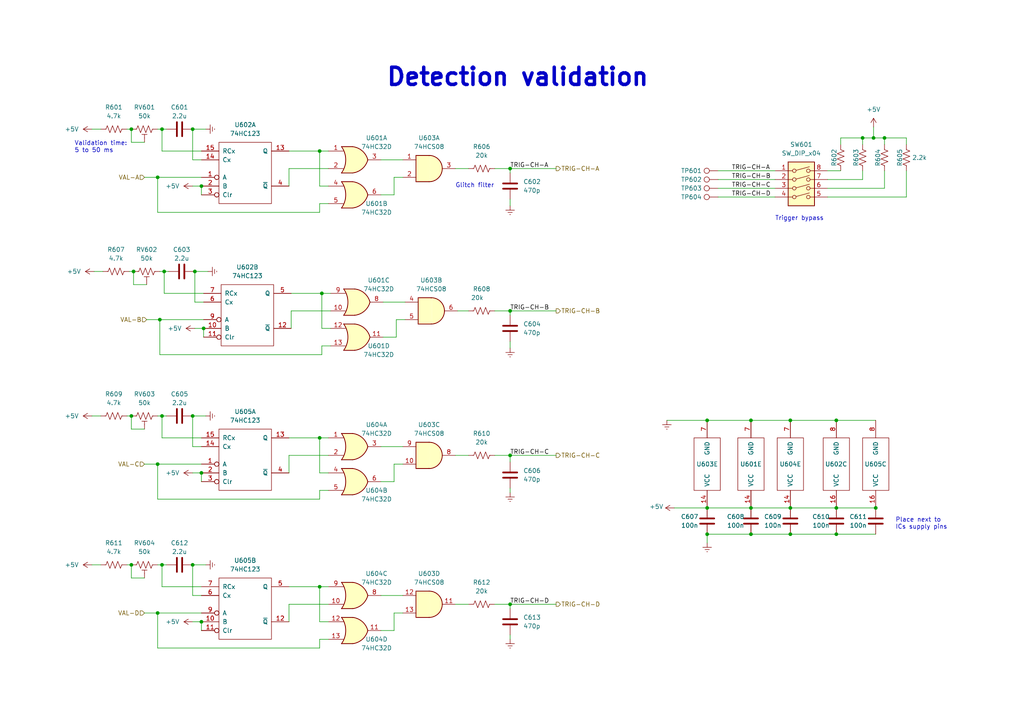
<source format=kicad_sch>
(kicad_sch (version 20211123) (generator eeschema)
  (paper "A4")
  (title_block (title "Detection Validation Circuits") (rev "v1.0.0") (company "CNPEM - Brazilian Center for Research in Energy and Materials") (comment 1 "Group: ENT/AIS") (comment 2 "Authors: Gabriel Brunheira / Samuel Fraga"))
  (junction (at 38.1 37.465))
  (junction (at 229.235 147.32))
  (junction (at 59.055 95.25))
  (junction (at 217.805 121.92))
  (junction (at 55.88 120.65))
  (junction (at 250.19 40.005))
  (junction (at 38.1 120.65))
  (junction (at 253.365 40.005))
  (junction (at 58.42 180.34))
  (junction (at 46.99 120.65))
  (junction (at 92.71 170.18))
  (junction (at 55.88 163.83))
  (junction (at 92.71 127))
  (junction (at 58.42 137.16))
  (junction (at 254 147.32))
  (junction (at 45.72 134.62))
  (junction (at 205.105 147.32))
  (junction (at 205.105 121.92))
  (junction (at 55.88 37.465))
  (junction (at 217.805 154.94))
  (junction (at 229.235 154.94))
  (junction (at 242.57 154.94))
  (junction (at 93.345 85.09))
  (junction (at 45.72 51.435))
  (junction (at 147.955 90.17))
  (junction (at 217.805 147.32))
  (junction (at 147.955 48.895))
  (junction (at 205.105 154.94))
  (junction (at 92.71 43.815))
  (junction (at 38.735 78.74))
  (junction (at 147.955 132.08))
  (junction (at 56.515 78.74))
  (junction (at 58.42 53.975))
  (junction (at 256.54 40.005))
  (junction (at 242.57 147.32))
  (junction (at 46.99 163.83))
  (junction (at 46.99 37.465))
  (junction (at 47.625 78.74))
  (junction (at 38.1 163.83))
  (junction (at 147.955 175.26))
  (junction (at 229.235 121.92))
  (junction (at 45.72 177.8))
  (junction (at 242.57 121.92))
  (junction (at 46.355 92.71))
  (wire (pts (xy 58.42 137.16) (xy 58.42 139.7)))
  (wire (pts (xy 242.57 154.94) (xy 229.235 154.94)))
  (wire (pts (xy 46.99 127) (xy 46.99 120.65)))
  (wire (pts (xy 59.69 37.465) (xy 55.88 37.465)))
  (wire (pts (xy 41.91 41.275) (xy 38.1 41.275)))
  (wire (pts (xy 60.325 78.74) (xy 56.515 78.74)))
  (wire (pts (xy 59.69 163.83) (xy 55.88 163.83)))
  (wire (pts (xy 38.1 41.275) (xy 38.1 37.465)))
  (wire (pts (xy 26.67 163.83) (xy 29.21 163.83)))
  (wire (pts (xy 83.82 53.975) (xy 83.82 48.895)))
  (wire (pts (xy 116.84 177.8) (xy 114.3 177.8)))
  (wire (pts (xy 253.365 40.005) (xy 256.54 40.005)))
  (wire (pts (xy 41.91 134.62) (xy 45.72 134.62)))
  (wire (pts (xy 147.955 57.785) (xy 147.955 59.69)))
  (wire (pts (xy 132.08 48.895) (xy 135.89 48.895)))
  (wire (pts (xy 147.955 184.15) (xy 147.955 185.42)))
  (wire (pts (xy 117.475 92.71) (xy 114.935 92.71)))
  (wire (pts (xy 132.08 175.26) (xy 135.89 175.26)))
  (wire (pts (xy 93.345 85.09) (xy 95.885 85.09)))
  (wire (pts (xy 46.355 102.87) (xy 46.355 92.71)))
  (wire (pts (xy 27.305 78.74) (xy 29.845 78.74)))
  (wire (pts (xy 114.3 139.7) (xy 110.49 139.7)))
  (wire (pts (xy 84.455 90.17) (xy 95.885 90.17)))
  (wire (pts (xy 250.19 40.005) (xy 250.19 41.91)))
  (wire (pts (xy 229.235 121.92) (xy 217.805 121.92)))
  (wire (pts (xy 92.71 142.24) (xy 92.71 144.78)))
  (wire (pts (xy 45.72 51.435) (xy 58.42 51.435)))
  (wire (pts (xy 36.83 37.465) (xy 38.1 37.465)))
  (wire (pts (xy 83.82 132.08) (xy 95.25 132.08)))
  (wire (pts (xy 55.88 129.54) (xy 55.88 120.65)))
  (wire (pts (xy 208.28 49.53) (xy 224.79 49.53)))
  (wire (pts (xy 250.19 49.53) (xy 250.19 52.07)))
  (wire (pts (xy 256.54 40.005) (xy 256.54 41.91)))
  (wire (pts (xy 110.49 172.72) (xy 116.84 172.72)))
  (wire (pts (xy 59.69 120.65) (xy 55.88 120.65)))
  (wire (pts (xy 205.105 154.94) (xy 205.105 157.48)))
  (wire (pts (xy 208.28 52.07) (xy 224.79 52.07)))
  (wire (pts (xy 56.515 87.63) (xy 56.515 78.74)))
  (wire (pts (xy 83.82 48.895) (xy 95.25 48.895)))
  (wire (pts (xy 92.71 127) (xy 92.71 137.16)))
  (wire (pts (xy 46.99 120.65) (xy 45.72 120.65)))
  (wire (pts (xy 58.42 180.34) (xy 58.42 182.88)))
  (wire (pts (xy 59.055 85.09) (xy 47.625 85.09)))
  (wire (pts (xy 58.42 46.355) (xy 55.88 46.355)))
  (wire (pts (xy 92.71 127) (xy 95.25 127)))
  (wire (pts (xy 38.1 124.46) (xy 38.1 120.65)))
  (wire (pts (xy 95.25 137.16) (xy 92.71 137.16)))
  (wire (pts (xy 58.42 43.815) (xy 46.99 43.815)))
  (wire (pts (xy 92.71 185.42) (xy 92.71 187.96)))
  (wire (pts (xy 41.91 51.435) (xy 45.72 51.435)))
  (wire (pts (xy 45.72 61.595) (xy 45.72 51.435)))
  (wire (pts (xy 240.03 49.53) (xy 243.84 49.53)))
  (wire (pts (xy 229.235 147.32) (xy 217.805 147.32)))
  (wire (pts (xy 114.935 97.79) (xy 111.125 97.79)))
  (wire (pts (xy 92.71 170.18) (xy 95.25 170.18)))
  (wire (pts (xy 46.99 43.815) (xy 46.99 37.465)))
  (wire (pts (xy 262.89 40.005) (xy 262.89 41.91)))
  (wire (pts (xy 41.91 177.8) (xy 45.72 177.8)))
  (wire (pts (xy 240.03 57.15) (xy 262.89 57.15)))
  (wire (pts (xy 41.91 167.64) (xy 38.1 167.64)))
  (wire (pts (xy 45.72 187.96) (xy 45.72 177.8)))
  (wire (pts (xy 26.67 120.65) (xy 29.21 120.65)))
  (wire (pts (xy 93.345 102.87) (xy 46.355 102.87)))
  (wire (pts (xy 58.42 127) (xy 46.99 127)))
  (wire (pts (xy 208.28 57.15) (xy 224.79 57.15)))
  (wire (pts (xy 84.455 85.09) (xy 93.345 85.09)))
  (wire (pts (xy 262.89 57.15) (xy 262.89 49.53)))
  (wire (pts (xy 83.82 170.18) (xy 92.71 170.18)))
  (wire (pts (xy 114.935 92.71) (xy 114.935 97.79)))
  (wire (pts (xy 116.84 134.62) (xy 114.3 134.62)))
  (wire (pts (xy 256.54 49.53) (xy 256.54 54.61)))
  (wire (pts (xy 46.355 92.71) (xy 59.055 92.71)))
  (wire (pts (xy 41.91 124.46) (xy 38.1 124.46)))
  (wire (pts (xy 93.345 100.33) (xy 93.345 102.87)))
  (wire (pts (xy 143.51 48.895) (xy 147.955 48.895)))
  (wire (pts (xy 83.82 180.34) (xy 83.82 175.26)))
  (wire (pts (xy 95.25 180.34) (xy 92.71 180.34)))
  (wire (pts (xy 45.72 144.78) (xy 45.72 134.62)))
  (wire (pts (xy 242.57 147.32) (xy 229.235 147.32)))
  (wire (pts (xy 45.72 177.8) (xy 58.42 177.8)))
  (wire (pts (xy 114.3 56.515) (xy 110.49 56.515)))
  (wire (pts (xy 195.58 147.32) (xy 205.105 147.32)))
  (wire (pts (xy 116.84 51.435) (xy 114.3 51.435)))
  (wire (pts (xy 59.055 95.25) (xy 59.055 97.79)))
  (wire (pts (xy 83.82 127) (xy 92.71 127)))
  (wire (pts (xy 147.955 175.26) (xy 147.955 176.53)))
  (wire (pts (xy 143.51 132.08) (xy 147.955 132.08)))
  (wire (pts (xy 58.42 170.18) (xy 46.99 170.18)))
  (wire (pts (xy 256.54 40.005) (xy 262.89 40.005)))
  (wire (pts (xy 38.1 167.64) (xy 38.1 163.83)))
  (wire (pts (xy 92.71 170.18) (xy 92.71 180.34)))
  (wire (pts (xy 36.83 120.65) (xy 38.1 120.65)))
  (wire (pts (xy 147.955 99.06) (xy 147.955 100.965)))
  (wire (pts (xy 143.51 90.17) (xy 147.955 90.17)))
  (wire (pts (xy 84.455 95.25) (xy 84.455 90.17)))
  (wire (pts (xy 240.03 54.61) (xy 256.54 54.61)))
  (wire (pts (xy 92.71 43.815) (xy 92.71 53.975)))
  (wire (pts (xy 95.25 142.24) (xy 92.71 142.24)))
  (wire (pts (xy 132.08 132.08) (xy 135.89 132.08)))
  (wire (pts (xy 37.465 78.74) (xy 38.735 78.74)))
  (wire (pts (xy 83.82 43.815) (xy 92.71 43.815)))
  (wire (pts (xy 47.625 78.74) (xy 46.355 78.74)))
  (wire (pts (xy 147.955 48.895) (xy 161.29 48.895)))
  (wire (pts (xy 147.955 175.26) (xy 161.29 175.26)))
  (wire (pts (xy 193.421 121.92) (xy 205.105 121.92)))
  (wire (pts (xy 240.03 52.07) (xy 250.19 52.07)))
  (wire (pts (xy 56.515 95.25) (xy 59.055 95.25)))
  (wire (pts (xy 217.805 154.94) (xy 205.105 154.94)))
  (wire (pts (xy 208.28 54.61) (xy 224.79 54.61)))
  (wire (pts (xy 55.88 172.72) (xy 55.88 163.83)))
  (wire (pts (xy 58.42 53.975) (xy 58.42 56.515)))
  (wire (pts (xy 83.82 137.16) (xy 83.82 132.08)))
  (wire (pts (xy 47.625 85.09) (xy 47.625 78.74)))
  (wire (pts (xy 143.51 175.26) (xy 147.955 175.26)))
  (wire (pts (xy 48.895 78.74) (xy 47.625 78.74)))
  (wire (pts (xy 242.57 121.92) (xy 254 121.92)))
  (wire (pts (xy 92.71 144.78) (xy 45.72 144.78)))
  (wire (pts (xy 243.84 40.005) (xy 250.19 40.005)))
  (wire (pts (xy 132.715 90.17) (xy 135.89 90.17)))
  (wire (pts (xy 46.99 170.18) (xy 46.99 163.83)))
  (wire (pts (xy 48.26 163.83) (xy 46.99 163.83)))
  (wire (pts (xy 253.365 36.83) (xy 253.365 40.005)))
  (wire (pts (xy 217.805 121.92) (xy 205.105 121.92)))
  (wire (pts (xy 95.885 95.25) (xy 93.345 95.25)))
  (wire (pts (xy 147.955 132.08) (xy 147.955 133.985)))
  (wire (pts (xy 110.49 46.355) (xy 116.84 46.355)))
  (wire (pts (xy 83.82 175.26) (xy 95.25 175.26)))
  (wire (pts (xy 48.26 120.65) (xy 46.99 120.65)))
  (wire (pts (xy 93.345 85.09) (xy 93.345 95.25)))
  (wire (pts (xy 36.83 163.83) (xy 38.1 163.83)))
  (wire (pts (xy 229.235 154.94) (xy 217.805 154.94)))
  (wire (pts (xy 55.88 53.975) (xy 58.42 53.975)))
  (wire (pts (xy 42.545 82.55) (xy 38.735 82.55)))
  (wire (pts (xy 217.805 147.32) (xy 205.105 147.32)))
  (wire (pts (xy 242.57 154.94) (xy 254 154.94)))
  (wire (pts (xy 59.055 87.63) (xy 56.515 87.63)))
  (wire (pts (xy 92.71 43.815) (xy 95.25 43.815)))
  (wire (pts (xy 147.955 132.08) (xy 161.29 132.08)))
  (wire (pts (xy 250.19 40.005) (xy 253.365 40.005)))
  (wire (pts (xy 111.125 87.63) (xy 117.475 87.63)))
  (wire (pts (xy 55.88 180.34) (xy 58.42 180.34)))
  (wire (pts (xy 92.71 61.595) (xy 45.72 61.595)))
  (wire (pts (xy 242.57 147.32) (xy 254 147.32)))
  (wire (pts (xy 243.84 40.005) (xy 243.84 41.91)))
  (wire (pts (xy 92.71 59.055) (xy 92.71 61.595)))
  (wire (pts (xy 147.955 141.605) (xy 147.955 142.875)))
  (wire (pts (xy 48.26 37.465) (xy 46.99 37.465)))
  (wire (pts (xy 114.3 177.8) (xy 114.3 182.88)))
  (wire (pts (xy 42.545 92.71) (xy 46.355 92.71)))
  (wire (pts (xy 114.3 134.62) (xy 114.3 139.7)))
  (wire (pts (xy 147.955 48.895) (xy 147.955 50.165)))
  (wire (pts (xy 92.71 59.055) (xy 95.25 59.055)))
  (wire (pts (xy 114.3 182.88) (xy 110.49 182.88)))
  (wire (pts (xy 58.42 172.72) (xy 55.88 172.72)))
  (wire (pts (xy 114.3 51.435) (xy 114.3 56.515)))
  (wire (pts (xy 45.72 134.62) (xy 58.42 134.62)))
  (wire (pts (xy 92.71 185.42) (xy 95.25 185.42)))
  (wire (pts (xy 55.88 137.16) (xy 58.42 137.16)))
  (wire (pts (xy 38.735 82.55) (xy 38.735 78.74)))
  (wire (pts (xy 110.49 129.54) (xy 116.84 129.54)))
  (wire (pts (xy 93.345 100.33) (xy 95.885 100.33)))
  (wire (pts (xy 26.67 37.465) (xy 29.21 37.465)))
  (wire (pts (xy 58.42 129.54) (xy 55.88 129.54)))
  (wire (pts (xy 92.71 187.96) (xy 45.72 187.96)))
  (wire (pts (xy 242.57 121.92) (xy 229.235 121.92)))
  (wire (pts (xy 95.25 53.975) (xy 92.71 53.975)))
  (wire (pts (xy 147.955 90.17) (xy 161.29 90.17)))
  (wire (pts (xy 46.99 163.83) (xy 45.72 163.83)))
  (wire (pts (xy 46.99 37.465) (xy 45.72 37.465)))
  (wire (pts (xy 55.88 46.355) (xy 55.88 37.465)))
  (wire (pts (xy 147.955 90.17) (xy 147.955 91.44)))
  (text "Validation time:\n5 to 50 ms" (at 21.59 44.45 0) (effects (font (size 1.27 1.27)) (justify left bottom)))
  (text "Glitch filter" (at 132.08 54.61 0) (effects (font (size 1.27 1.27)) (justify left bottom)))
  (text "Place next to\nICs supply pins" (at 259.715 153.67 0) (effects (font (size 1.27 1.27)) (justify left bottom)))
  (text "Trigger bypass" (at 224.79 64.135 0) (effects (font (size 1.27 1.27)) (justify left bottom)))
  (text "Detection validation" (at 111.76 25.4 0) (effects (font (size 5 5) (thickness 1) bold) (justify left bottom)))
  (label "TRIG-CH-D" (at 212.217 57.15 0))
  (label "TRIG-CH-B" (at 212.217 52.07 0))
  (label "TRIG-CH-C" (at 212.217 54.61 0))
  (label "TRIG-CH-B" (at 147.955 90.17 0))
  (label "TRIG-CH-C" (at 147.955 132.08 0))
  (label "TRIG-CH-A" (at 212.217 49.53 0))
  (label "TRIG-CH-A" (at 147.955 48.895 0))
  (label "TRIG-CH-D" (at 147.955 175.26 0))
  (hierarchical_label "TRIG-CH-C" (shape output) (at 161.29 132.08 0))
  (hierarchical_label "VAL-A" (shape input) (at 41.91 51.435 180))
  (hierarchical_label "VAL-D" (shape input) (at 41.91 177.8 180))
  (hierarchical_label "VAL-C" (shape input) (at 41.91 134.62 180))
  (hierarchical_label "TRIG-CH-A" (shape output) (at 161.29 48.895 0))
  (hierarchical_label "VAL-B" (shape input) (at 42.545 92.71 180))
  (hierarchical_label "TRIG-CH-B" (shape output) (at 161.29 90.17 0))
  (hierarchical_label "TRIG-CH-D" (shape output) (at 161.29 175.26 0))
  (symbol (lib_id "Device:R_US") (at 243.84 45.72 180) (unit 1)
    (property "Reference" "R602" (at 241.935 45.72 90))
    (property "Value" "2.2k" (effects hide))
    (property "Footprint" "Resistor_SMD:R_0805_2012Metric_Pad1.20x1.40mm_HandSolder" (effects hide))
    (property "Datasheet" "https://www.yageo.com/upload/media/product/productsearch/datasheet/rchip/PYu-RC_Group_51_RoHS_L_12.pdf" (effects hide))
    (property "Part Number" "RC0805FR-072K2L" (effects hide))
    (property "CNPEM Code" "MT104237" (effects hide))
    (property "Manufacturer" "Yageo" (effects hide))
    (property "Description" "Resistor 2.2k 1% 0.125W SMD 0805" (effects hide))
    (property "Vendor Link" "https://www.digikey.com/en/products/detail/yageo/RC0805FR-072K2L/727676?utm_adgroup=Resistors&utm_source=google&utm_medium=cpc&utm_campaign=Dynamic%20Search_PT_Product&utm_term=&utm_content=Resistors&gclid=Cj0KCQjwiZqhBhCJARIsACHHEH8v6oZGyHIjUrtn7TkF_AQuRcQJr-qTERqKybnCllzX-CPJhH9mu5EaAnnzEALw_wcB" (effects hide))
  )
  (symbol (lib_id "Device:C") (at 52.07 120.65 270) (unit 1)
    (property "Reference" "C605" (at 52.07 114.3 90))
    (property "Value" "2.2u" (at 52.07 116.84 90))
    (property "Footprint" "Capacitor_SMD:C_0603_1608Metric_Pad1.08x0.95mm_HandSolder" (effects hide))
    (property "Datasheet" "https://www.murata.com/en-eu/products/productdetail?partno=GRM188R71A225KE15%23" (effects hide))
    (property "CNPEM Code" "AP105054" (effects hide))
    (property "Description" "Ceramic Capacitor 2.2uF 25V 10% SMD 0603 X7R" (effects hide))
    (property "Manufacturer" "Murata" (effects hide))
    (property "Part Number" "GRM188R71A225KE15" (effects hide))
  )
  (symbol (lib_id "power:+5V") (at 195.58 147.32 90) (unit 1)
    (property "Reference" "#PWR0615" (effects hide))
    (property "Value" "+5V" (at 190.373 146.939 90))
  )
  (symbol (lib_id "Device:R_US") (at 33.02 37.465 270) (unit 1)
    (property "Reference" "R601" (at 33.02 31.115 90))
    (property "Value" "4.7k" (at 33.02 33.655 90))
    (property "Footprint" "Resistor_SMD:R_0805_2012Metric_Pad1.20x1.40mm_HandSolder" (effects hide))
    (property "Datasheet" "https://datasheet.lcsc.com/lcsc/2206010216_UNI-ROYAL-Uniroyal-Elec-0805W8F1002T5E_C17414.pdf" (effects hide))
    (property "Part Number" "0805W8F1200T5E" (effects hide))
    (property "Manufacturer" "Royalohm" (effects hide))
    (property "Description" "Resistor 4k7 1% 0.125W SMD 0805" (effects hide))
  )
  (symbol (lib_id "qds-cv-lib-sym:74HC123") (at 254 134.62 180) (unit 3)
    (property "Reference" "U605" (at 257.175 134.62 0) (effects (justify left)))
    (property "Value" "74HC123" (effects hide))
    (property "Footprint" "Package_SO:SOIC-16_3.9x9.9mm_P1.27mm" (effects hide))
    (property "Datasheet" "https://www.ti.com/lit/ds/symlink/cd74hc123.pdf" (effects hide))
    (property "CNPEM Code" "AP111593" (effects hide))
    (property "Manufacturer" "Texas Instruments" (effects hide))
    (property "Part Number" "CD74HC123" (effects hide))
  )
  (symbol (lib_name "74HC32D_5") (lib_id "qds-cv-lib-sym:74HC32D") (at 102.87 46.355 0) (unit 1)
    (property "Reference" "U601" (at 109.22 40.005 0))
    (property "Value" "74HC32D" (at 109.22 42.545 0))
    (property "Footprint" "Package_SO:SO-14_3.9x8.65mm_P1.27mm" (effects hide))
    (property "Datasheet" "https://assets.nexperia.com/documents/data-sheet/74HC_HCT32.pdf" (effects hide))
    (property "CNPEM Code" "AP108977" (effects hide))
    (property "Part Number" "74HC32D" (effects hide))
    (property "Manufacturer" "NXP" (effects hide))
  )
  (symbol (lib_id "power:Earth") (at 205.105 157.48 0) (unit 1)
    (property "Reference" "#PWR0616" (effects hide))
    (property "Value" "Earth" (effects hide))
  )
  (symbol (lib_id "power:+5V") (at 27.305 78.74 90) (unit 1)
    (property "Reference" "#PWR0606" (effects hide))
    (property "Value" "+5V" (at 23.495 78.74 90) (effects (justify left)))
  )
  (symbol (lib_id "Device:C") (at 254 151.13 0) (unit 1)
    (property "Reference" "C611" (at 248.92 149.86 0))
    (property "Value" "100n" (at 248.92 152.4 0))
    (property "Footprint" "Capacitor_SMD:C_0603_1608Metric_Pad1.08x0.95mm_HandSolder" (effects hide))
    (property "Datasheet" "https://product.tdk.com/system/files/dam/doc/product/capacitor/ceramic/mlcc/catalog/mlcc_commercial_general_en.pdf" (effects hide))
    (property "CNPEM Code" "AP107349" (effects hide))
    (property "Description" "Ceramic Capacitor 100nF 50V 10% SMD 0603 X7R" (effects hide))
    (property "Manufacturer" "TDK" (effects hide))
    (property "Part Number" "C1608X7R1H104K080AA" (effects hide))
    (property "Vendor Link" "https://br.mouser.com/ProductDetail/TDK/C1608X7R1H104K080AA?qs=NRhsANhppD8dEJli2CDBHA%3D%3D" (effects hide))
  )
  (symbol (lib_id "power:Earth") (at 59.69 37.465 90) (unit 1)
    (property "Reference" "#PWR0603" (effects hide))
    (property "Value" "Earth" (effects hide))
  )
  (symbol (lib_id "Device:R_US") (at 139.7 175.26 90) (unit 1)
    (property "Reference" "R612" (at 139.7 168.91 90))
    (property "Value" "20k" (at 139.7 171.45 90))
    (property "Footprint" "Resistor_SMD:R_0805_2012Metric_Pad1.20x1.40mm_HandSolder" (effects hide))
    (property "Part Number" "RC-05K203IT" (effects hide))
  )
  (symbol (lib_id "qds-cv-lib-sym:74HC32D") (at 217.805 134.62 180) (unit 5)
    (property "Reference" "U601" (at 220.98 134.62 0) (effects (justify left)))
    (property "Value" "74HC32D" (effects hide))
    (property "Footprint" "Package_SO:SO-14_3.9x8.65mm_P1.27mm" (effects hide))
    (property "Datasheet" "https://assets.nexperia.com/documents/data-sheet/74HC_HCT32.pdf" (effects hide))
    (property "CNPEM Code" "AP108977" (effects hide))
    (property "Part Number" "74HC32D" (effects hide))
    (property "Manufacturer" "NXP" (effects hide))
  )
  (symbol (lib_id "Device:C") (at 147.955 137.795 0) (unit 1)
    (property "Reference" "C606" (at 151.765 136.5249 0) (effects (justify left)))
    (property "Value" "470p" (at 151.765 139.0649 0) (effects (justify left)))
    (property "Footprint" "Capacitor_SMD:C_0805_2012Metric_Pad1.18x1.45mm_HandSolder" (effects hide))
    (property "Datasheet" "https://www.samsungsem.com/resources/file/global/support/product_catalog/MLCC.pdf" (effects hide))
    (property "Description" "Ceramic Capacitor 470pF 50V  10% SMD 0805  X7R" (effects hide))
    (property "Manufacturer" "Samsung" (effects hide))
    (property "Part Number" "CL21B471KBANNNC" (effects hide))
  )
  (symbol (lib_id "power:Earth") (at 59.69 163.83 90) (unit 1)
    (property "Reference" "#PWR0618" (effects hide))
    (property "Value" "Earth" (effects hide))
  )
  (symbol (lib_id "power:+5V") (at 26.67 37.465 90) (unit 1)
    (property "Reference" "#PWR0602" (effects hide))
    (property "Value" "+5V" (at 22.86 37.465 90) (effects (justify left)))
  )
  (symbol (lib_id "Connector:TestPoint") (at 208.28 54.61 90) (unit 1)
    (property "Reference" "TP603" (at 197.485 54.61 90) (effects (justify right)))
    (property "Value" "TRIG-C" (effects hide))
  )
  (symbol (lib_id "Connector:TestPoint") (at 208.28 57.15 90) (unit 1)
    (property "Reference" "TP604" (at 197.485 57.15 90) (effects (justify right)))
    (property "Value" "TRIG-D" (effects hide))
  )
  (symbol (lib_name "74HC123_7") (lib_id "qds-cv-lib-sym:74HC123") (at 71.12 175.26 0) (unit 2)
    (property "Reference" "U605" (at 71.12 162.56 0))
    (property "Value" "74HC123" (at 71.12 165.1 0))
    (property "Footprint" "Package_SO:SOIC-16_3.9x9.9mm_P1.27mm" (effects hide))
    (property "Datasheet" "https://www.ti.com/lit/ds/symlink/cd74hc123.pdf" (effects hide))
    (property "CNPEM Code" "AP111593" (effects hide))
    (property "Manufacturer" "Texas Instruments" (effects hide))
    (property "Part Number" "CD74HC123" (effects hide))
  )
  (symbol (lib_name "R_Potentiometer_Trim_US_1") (lib_id "Device:R_Potentiometer_Trim_US") (at 41.91 163.83 270) (unit 1)
    (property "Reference" "RV604" (at 41.91 157.48 90))
    (property "Value" "50k" (at 41.91 160.02 90))
    (property "Footprint" "qds-cv-lib:Potentiometer_Bourns_3224X_Vertical" (effects hide))
    (property "Datasheet" "https://www.bourns.com/docs/Product-Datasheets/3224.pdf" (effects hide))
    (property "Manufacturer" "Bourns" (effects hide))
    (property "Part Number" "3224X-1-503E" (effects hide))
    (property "Description" "Trimpot 50k, 12 turns, 10% tolerance, 4mm SMD Top Adjust" (effects hide))
    (property "Vendor Link" "https://br.mouser.com/ProductDetail/Bourns/3224X-1-503E?qs=A%2FVUe%2FMZWjw7UCYo8RtHVg%3D%3D" (effects hide))
  )
  (symbol (lib_id "power:+5V") (at 253.365 36.83 0) (unit 1)
    (property "Reference" "#PWR0601" (effects hide))
    (property "Value" "+5V" (at 253.365 31.75 0))
  )
  (symbol (lib_id "Device:R_US") (at 250.19 45.72 180) (unit 1)
    (property "Reference" "R603" (at 248.285 45.72 90))
    (property "Value" "2.2k" (effects hide))
    (property "Footprint" "Resistor_SMD:R_0805_2012Metric_Pad1.20x1.40mm_HandSolder" (effects hide))
    (property "Datasheet" "https://www.yageo.com/upload/media/product/productsearch/datasheet/rchip/PYu-RC_Group_51_RoHS_L_12.pdf" (effects hide))
    (property "Part Number" "RC0805FR-072K2L" (effects hide))
    (property "CNPEM Code" "MT104237" (effects hide))
    (property "Manufacturer" "Yageo" (effects hide))
    (property "Description" "Resistor 2.2k 1% 0.125W SMD 0805" (effects hide))
    (property "Vendor Link" "https://www.digikey.com/en/products/detail/yageo/RC0805FR-072K2L/727676?utm_adgroup=Resistors&utm_source=google&utm_medium=cpc&utm_campaign=Dynamic%20Search_PT_Product&utm_term=&utm_content=Resistors&gclid=Cj0KCQjwiZqhBhCJARIsACHHEH8v6oZGyHIjUrtn7TkF_AQuRcQJr-qTERqKybnCllzX-CPJhH9mu5EaAnnzEALw_wcB" (effects hide))
  )
  (symbol (lib_id "Device:C") (at 242.57 151.13 0) (unit 1)
    (property "Reference" "C610" (at 238.125 149.86 0))
    (property "Value" "100n" (at 238.125 152.4 0))
    (property "Footprint" "Capacitor_SMD:C_0603_1608Metric_Pad1.08x0.95mm_HandSolder" (effects hide))
    (property "Datasheet" "https://product.tdk.com/system/files/dam/doc/product/capacitor/ceramic/mlcc/catalog/mlcc_commercial_general_en.pdf" (effects hide))
    (property "CNPEM Code" "AP107349" (effects hide))
    (property "Description" "Ceramic Capacitor 100nF 50V 10% SMD 0603 X7R" (effects hide))
    (property "Manufacturer" "TDK" (effects hide))
    (property "Part Number" "C1608X7R1H104K080AA" (effects hide))
    (property "Vendor Link" "https://br.mouser.com/ProductDetail/TDK/C1608X7R1H104K080AA?qs=NRhsANhppD8dEJli2CDBHA%3D%3D" (effects hide))
  )
  (symbol (lib_id "Device:C") (at 147.955 53.975 0) (unit 1)
    (property "Reference" "C602" (at 151.765 52.7049 0) (effects (justify left)))
    (property "Value" "470p" (at 151.765 55.2449 0) (effects (justify left)))
    (property "Footprint" "Capacitor_SMD:C_0805_2012Metric_Pad1.18x1.45mm_HandSolder" (effects hide))
    (property "Datasheet" "https://www.samsungsem.com/resources/file/global/support/product_catalog/MLCC.pdf" (effects hide))
    (property "Description" "Ceramic Capacitor 470pF 50V  10% SMD 0805  X7R" (effects hide))
    (property "Manufacturer" "Samsung" (effects hide))
    (property "Part Number" "CL21B471KBANNNC" (effects hide))
  )
  (symbol (lib_id "power:Earth") (at 193.421 121.92 0) (unit 1)
    (property "Reference" "#PWR0612" (effects hide))
    (property "Value" "Earth" (effects hide))
  )
  (symbol (lib_name "74HC32D_6") (lib_id "qds-cv-lib-sym:74HC32D") (at 102.87 56.515 0) (unit 2)
    (property "Reference" "U601" (at 109.22 59.055 0))
    (property "Value" "74HC32D" (at 109.22 61.595 0))
    (property "Footprint" "Package_SO:SO-14_3.9x8.65mm_P1.27mm" (effects hide))
    (property "Datasheet" "https://assets.nexperia.com/documents/data-sheet/74HC_HCT32.pdf" (effects hide))
    (property "CNPEM Code" "AP108977" (effects hide))
    (property "Part Number" "74HC32D" (effects hide))
    (property "Manufacturer" "NXP" (effects hide))
  )
  (symbol (lib_id "qds-cv-lib-sym:74HC32D") (at 229.235 134.62 180) (unit 5)
    (property "Reference" "U604" (at 232.41 134.62 0) (effects (justify left)))
    (property "Value" "74HC32D" (effects hide))
    (property "Footprint" "Package_SO:SO-14_3.9x8.65mm_P1.27mm" (effects hide))
    (property "Datasheet" "https://assets.nexperia.com/documents/data-sheet/74HC_HCT32.pdf" (effects hide))
    (property "CNPEM Code" "AP108977" (effects hide))
    (property "Part Number" "74HC32D" (effects hide))
    (property "Manufacturer" "NXP" (effects hide))
  )
  (symbol (lib_id "power:+5V") (at 55.88 53.975 90) (unit 1)
    (property "Reference" "#PWR0604" (effects hide))
    (property "Value" "+5V" (at 52.07 53.975 90) (effects (justify left)))
  )
  (symbol (lib_id "Device:R_US") (at 33.02 163.83 270) (unit 1)
    (property "Reference" "R611" (at 33.02 157.48 90))
    (property "Value" "4.7k" (at 33.02 160.02 90))
    (property "Footprint" "Resistor_SMD:R_0805_2012Metric_Pad1.20x1.40mm_HandSolder" (effects hide))
    (property "Datasheet" "https://datasheet.lcsc.com/lcsc/2206010216_UNI-ROYAL-Uniroyal-Elec-0805W8F1002T5E_C17414.pdf" (effects hide))
    (property "Part Number" "0805W8F1200T5E" (effects hide))
    (property "Manufacturer" "Royalohm" (effects hide))
    (property "Description" "Resistor 4k7 1% 0.125W SMD 0805" (effects hide))
  )
  (symbol (lib_id "Device:C") (at 205.105 151.13 0) (unit 1)
    (property "Reference" "C607" (at 200.025 149.86 0))
    (property "Value" "100n" (at 200.025 152.4 0))
    (property "Footprint" "Capacitor_SMD:C_0603_1608Metric_Pad1.08x0.95mm_HandSolder" (effects hide))
    (property "Datasheet" "https://product.tdk.com/system/files/dam/doc/product/capacitor/ceramic/mlcc/catalog/mlcc_commercial_general_en.pdf" (effects hide))
    (property "CNPEM Code" "AP107349" (effects hide))
    (property "Description" "Ceramic Capacitor 100nF 50V 10% SMD 0603 X7R" (effects hide))
    (property "Manufacturer" "TDK" (effects hide))
    (property "Part Number" "C1608X7R1H104K080AA" (effects hide))
    (property "Vendor Link" "https://br.mouser.com/ProductDetail/TDK/C1608X7R1H104K080AA?qs=NRhsANhppD8dEJli2CDBHA%3D%3D" (effects hide))
  )
  (symbol (lib_id "Device:R_US") (at 139.7 90.17 90) (unit 1)
    (property "Reference" "R608" (at 139.7 83.82 90))
    (property "Value" "20k" (at 138.43 86.36 90))
    (property "Footprint" "Resistor_SMD:R_0805_2012Metric_Pad1.20x1.40mm_HandSolder" (effects hide))
    (property "Part Number" "RC-05K203IT" (effects hide))
  )
  (symbol (lib_id "Device:C") (at 217.805 151.13 0) (unit 1)
    (property "Reference" "C608" (at 213.36 149.86 0))
    (property "Value" "100n" (at 213.36 152.4 0))
    (property "Footprint" "Capacitor_SMD:C_0603_1608Metric_Pad1.08x0.95mm_HandSolder" (effects hide))
    (property "Datasheet" "https://product.tdk.com/system/files/dam/doc/product/capacitor/ceramic/mlcc/catalog/mlcc_commercial_general_en.pdf" (effects hide))
    (property "CNPEM Code" "AP107349" (effects hide))
    (property "Description" "Ceramic Capacitor 100nF 50V 10% SMD 0603 X7R" (effects hide))
    (property "Manufacturer" "TDK" (effects hide))
    (property "Part Number" "C1608X7R1H104K080AA" (effects hide))
    (property "Vendor Link" "https://br.mouser.com/ProductDetail/TDK/C1608X7R1H104K080AA?qs=NRhsANhppD8dEJli2CDBHA%3D%3D" (effects hide))
  )
  (symbol (lib_id "Device:C") (at 147.955 95.25 0) (unit 1)
    (property "Reference" "C604" (at 151.765 93.9799 0) (effects (justify left)))
    (property "Value" "470p" (at 151.765 96.5199 0) (effects (justify left)))
    (property "Footprint" "Capacitor_SMD:C_0805_2012Metric_Pad1.18x1.45mm_HandSolder" (effects hide))
    (property "Datasheet" "https://www.samsungsem.com/resources/file/global/support/product_catalog/MLCC.pdf" (effects hide))
    (property "Description" "Ceramic Capacitor 470pF 50V  10% SMD 0805  X7R" (effects hide))
    (property "Manufacturer" "Samsung" (effects hide))
    (property "Part Number" "CL21B471KBANNNC" (effects hide))
  )
  (symbol (lib_id "power:Earth") (at 60.325 78.74 90) (unit 1)
    (property "Reference" "#PWR0607" (effects hide))
    (property "Value" "Earth" (effects hide))
  )
  (symbol (lib_id "Device:R_US") (at 139.7 48.895 90) (unit 1)
    (property "Reference" "R606" (at 139.7 42.545 90))
    (property "Value" "20k" (at 139.7 45.085 90))
    (property "Footprint" "Resistor_SMD:R_0805_2012Metric_Pad1.20x1.40mm_HandSolder" (effects hide))
    (property "Part Number" "RC-05K203IT" (effects hide))
  )
  (symbol (lib_id "qds-cv-lib-sym:74HC123") (at 71.12 48.895 0) (unit 1)
    (property "Reference" "U602" (at 71.12 36.195 0))
    (property "Value" "74HC123" (at 71.12 38.735 0))
    (property "Footprint" "Package_SO:SOIC-16_3.9x9.9mm_P1.27mm" (effects hide))
    (property "Datasheet" "https://www.ti.com/lit/ds/symlink/cd74hc123.pdf" (effects hide))
    (property "CNPEM Code" "AP111593" (effects hide))
    (property "Manufacturer" "Texas Instruments" (effects hide))
    (property "Part Number" "CD74HC123" (effects hide))
  )
  (symbol (lib_id "power:+5V") (at 26.67 163.83 90) (unit 1)
    (property "Reference" "#PWR0617" (effects hide))
    (property "Value" "+5V" (at 22.86 163.83 90) (effects (justify left)))
  )
  (symbol (lib_id "power:+5V") (at 56.515 95.25 90) (unit 1)
    (property "Reference" "#PWR0608" (effects hide))
    (property "Value" "+5V" (at 52.705 95.25 90) (effects (justify left)))
  )
  (symbol (lib_id "Connector:TestPoint") (at 208.28 49.53 90) (unit 1)
    (property "Reference" "TP601" (at 197.485 49.53 90) (effects (justify right)))
    (property "Value" "TRIG-A" (effects hide))
  )
  (symbol (lib_id "power:Earth") (at 147.955 142.875 0) (unit 1)
    (property "Reference" "#PWR0614" (effects hide))
    (property "Value" "Earth" (effects hide))
  )
  (symbol (lib_id "power:Earth") (at 147.955 59.69 0) (unit 1)
    (property "Reference" "#PWR0605" (effects hide))
    (property "Value" "Earth" (effects hide))
  )
  (symbol (lib_name "74HC32D_3") (lib_id "qds-cv-lib-sym:74HC32D") (at 103.505 87.63 0) (unit 3)
    (property "Reference" "U601" (at 109.855 81.28 0))
    (property "Value" "74HC32D" (at 109.855 83.82 0))
    (property "Footprint" "Package_SO:SO-14_3.9x8.65mm_P1.27mm" (effects hide))
    (property "Datasheet" "https://assets.nexperia.com/documents/data-sheet/74HC_HCT32.pdf" (effects hide))
    (property "CNPEM Code" "AP108977" (effects hide))
    (property "Part Number" "74HC32D" (effects hide))
    (property "Manufacturer" "NXP" (effects hide))
  )
  (symbol (lib_id "power:Earth") (at 147.955 185.42 0) (unit 1)
    (property "Reference" "#PWR0620" (effects hide))
    (property "Value" "Earth" (effects hide))
  )
  (symbol (lib_name "74HCS08_3") (lib_id "qds-cv-lib-sym:74HCS08") (at 124.46 48.895 0) (unit 1)
    (property "Reference" "U603" (at 124.46 40.005 0))
    (property "Value" "74HCS08" (at 124.46 42.545 0))
    (property "Footprint" "Package_SO:SO-14_3.9x8.65mm_P1.27mm" (effects hide))
    (property "Datasheet" "https://www.ti.com/lit/ds/symlink/sn74hcs08.pdf" (effects hide))
    (property "CNPEM Code" "MC127987" (effects hide))
    (property "Part Number" "SN74HCS08DR" (effects hide))
    (property "Manufacturer" "Texas Instruments" (effects hide))
  )
  (symbol (lib_name "74HC32D_9") (lib_id "qds-cv-lib-sym:74HC32D") (at 102.87 182.88 0) (unit 4)
    (property "Reference" "U604" (at 109.22 185.42 0))
    (property "Value" "74HC32D" (at 109.22 187.96 0))
    (property "Footprint" "Package_SO:SO-14_3.9x8.65mm_P1.27mm" (effects hide))
    (property "Datasheet" "https://assets.nexperia.com/documents/data-sheet/74HC_HCT32.pdf" (effects hide))
    (property "CNPEM Code" "AP108977" (effects hide))
    (property "Part Number" "74HC32D" (effects hide))
    (property "Manufacturer" "NXP" (effects hide))
  )
  (symbol (lib_id "power:+5V") (at 55.88 180.34 90) (unit 1)
    (property "Reference" "#PWR0619" (effects hide))
    (property "Value" "+5V" (at 52.07 180.34 90) (effects (justify left)))
  )
  (symbol (lib_id "power:Earth") (at 147.955 100.965 0) (unit 1)
    (property "Reference" "#PWR0609" (effects hide))
    (property "Value" "Earth" (effects hide))
  )
  (symbol (lib_id "Switch:SW_DIP_x04") (at 232.41 54.61 0) (unit 1)
    (property "Reference" "SW601" (at 232.41 41.91 0))
    (property "Value" "SW_DIP_x04" (at 232.41 44.45 0))
    (property "Footprint" "Button_Switch_SMD:SW_DIP_SPSTx04_Slide_6.7x11.72mm_W8.61mm_P2.54mm_LowProfile" (effects hide))
    (property "Datasheet" "https://sten-eswitch-13110800-production.s3.amazonaws.com/system/asset/product_line/data_sheet/16/KAE.pdf" (effects hide))
    (property "Part Number" "KAE04LGGR" (effects hide))
    (property "Manufacturer" "E-switch" (effects hide))
  )
  (symbol (lib_id "qds-cv-lib-sym:74HC123") (at 242.57 134.62 180) (unit 3)
    (property "Reference" "U602" (at 245.745 134.62 0) (effects (justify left)))
    (property "Value" "74HC123" (effects hide))
    (property "Footprint" "Package_SO:SOIC-16_3.9x9.9mm_P1.27mm" (effects hide))
    (property "Datasheet" "https://www.ti.com/lit/ds/symlink/cd74hc123.pdf" (effects hide))
    (property "CNPEM Code" "AP111593" (effects hide))
    (property "Manufacturer" "Texas Instruments" (effects hide))
    (property "Part Number" "CD74HC123" (effects hide))
  )
  (symbol (lib_id "Device:R_US") (at 33.02 120.65 270) (unit 1)
    (property "Reference" "R609" (at 33.02 114.3 90))
    (property "Value" "4.7k" (at 33.02 116.84 90))
    (property "Footprint" "Resistor_SMD:R_0805_2012Metric_Pad1.20x1.40mm_HandSolder" (effects hide))
    (property "Datasheet" "https://datasheet.lcsc.com/lcsc/2206010216_UNI-ROYAL-Uniroyal-Elec-0805W8F1002T5E_C17414.pdf" (effects hide))
    (property "Part Number" "0805W8F1200T5E" (effects hide))
    (property "Manufacturer" "Royalohm" (effects hide))
    (property "Description" "Resistor 4k7 1% 0.125W SMD 0805" (effects hide))
  )
  (symbol (lib_name "R_Potentiometer_Trim_US_1") (lib_id "Device:R_Potentiometer_Trim_US") (at 42.545 78.74 270) (unit 1)
    (property "Reference" "RV602" (at 42.545 72.39 90))
    (property "Value" "50k" (at 42.545 74.93 90))
    (property "Footprint" "qds-cv-lib:Potentiometer_Bourns_3224X_Vertical" (effects hide))
    (property "Datasheet" "https://www.bourns.com/docs/Product-Datasheets/3224.pdf" (effects hide))
    (property "Manufacturer" "Bourns" (effects hide))
    (property "Part Number" "3224X-1-503E" (effects hide))
    (property "Description" "Trimpot 50k, 12 turns, 10% tolerance, 4mm SMD Top Adjust" (effects hide))
    (property "Vendor Link" "https://br.mouser.com/ProductDetail/Bourns/3224X-1-503E?qs=A%2FVUe%2FMZWjw7UCYo8RtHVg%3D%3D" (effects hide))
  )
  (symbol (lib_id "Device:C") (at 52.07 163.83 270) (unit 1)
    (property "Reference" "C612" (at 52.07 157.48 90))
    (property "Value" "2.2u" (at 52.07 160.02 90))
    (property "Footprint" "Capacitor_SMD:C_0603_1608Metric_Pad1.08x0.95mm_HandSolder" (effects hide))
    (property "Datasheet" "https://www.murata.com/en-eu/products/productdetail?partno=GRM188R71A225KE15%23" (effects hide))
    (property "CNPEM Code" "AP105054" (effects hide))
    (property "Description" "Ceramic Capacitor 2.2uF 25V 10% SMD 0603 X7R" (effects hide))
    (property "Manufacturer" "Murata" (effects hide))
    (property "Part Number" "GRM188R71A225KE15" (effects hide))
  )
  (symbol (lib_name "R_Potentiometer_Trim_US_1") (lib_id "Device:R_Potentiometer_Trim_US") (at 41.91 120.65 270) (unit 1)
    (property "Reference" "RV603" (at 41.91 114.3 90))
    (property "Value" "50k" (at 41.91 116.84 90))
    (property "Footprint" "qds-cv-lib:Potentiometer_Bourns_3224X_Vertical" (effects hide))
    (property "Datasheet" "https://www.bourns.com/docs/Product-Datasheets/3224.pdf" (effects hide))
    (property "Manufacturer" "Bourns" (effects hide))
    (property "Part Number" "3224X-1-503E" (effects hide))
    (property "Description" "Trimpot 50k, 12 turns, 10% tolerance, 4mm SMD Top Adjust" (effects hide))
    (property "Vendor Link" "https://br.mouser.com/ProductDetail/Bourns/3224X-1-503E?qs=A%2FVUe%2FMZWjw7UCYo8RtHVg%3D%3D" (effects hide))
  )
  (symbol (lib_id "qds-cv-lib-sym:74HC123") (at 71.12 132.08 0) (unit 1)
    (property "Reference" "U605" (at 71.12 119.38 0))
    (property "Value" "74HC123" (at 71.12 121.92 0))
    (property "Footprint" "Package_SO:SOIC-16_3.9x9.9mm_P1.27mm" (effects hide))
    (property "Datasheet" "https://www.ti.com/lit/ds/symlink/cd74hc123.pdf" (effects hide))
    (property "CNPEM Code" "AP111593" (effects hide))
    (property "Manufacturer" "Texas Instruments" (effects hide))
    (property "Part Number" "CD74HC123" (effects hide))
  )
  (symbol (lib_id "qds-cv-lib-sym:74HC32D") (at 102.87 172.72 0) (unit 3)
    (property "Reference" "U604" (at 109.22 166.37 0))
    (property "Value" "74HC32D" (at 109.22 168.91 0))
    (property "Footprint" "Package_SO:SO-14_3.9x8.65mm_P1.27mm" (effects hide))
    (property "Datasheet" "https://assets.nexperia.com/documents/data-sheet/74HC_HCT32.pdf" (effects hide))
    (property "CNPEM Code" "AP108977" (effects hide))
    (property "Part Number" "74HC32D" (effects hide))
    (property "Manufacturer" "NXP" (effects hide))
  )
  (symbol (lib_id "Connector:TestPoint") (at 208.28 52.07 90) (unit 1)
    (property "Reference" "TP602" (at 197.485 52.07 90) (effects (justify right)))
    (property "Value" "TRIG-B" (effects hide))
  )
  (symbol (lib_id "qds-cv-lib-sym:74HCS08") (at 124.46 132.08 0) (unit 3)
    (property "Reference" "U603" (at 124.46 123.19 0))
    (property "Value" "74HCS08" (at 124.46 125.73 0))
    (property "Footprint" "Package_SO:SO-14_3.9x8.65mm_P1.27mm" (effects hide))
    (property "Datasheet" "https://www.ti.com/lit/ds/symlink/sn74hcs08.pdf" (effects hide))
    (property "CNPEM Code" "MC127987" (effects hide))
    (property "Part Number" "SN74HCS08DR" (effects hide))
    (property "Manufacturer" "Texas Instruments" (effects hide))
  )
  (symbol (lib_id "Device:C") (at 229.235 151.13 0) (unit 1)
    (property "Reference" "C609" (at 224.155 149.86 0))
    (property "Value" "100n" (at 224.155 152.4 0))
    (property "Footprint" "Capacitor_SMD:C_0603_1608Metric_Pad1.08x0.95mm_HandSolder" (effects hide))
    (property "Datasheet" "https://product.tdk.com/system/files/dam/doc/product/capacitor/ceramic/mlcc/catalog/mlcc_commercial_general_en.pdf" (effects hide))
    (property "CNPEM Code" "AP107349" (effects hide))
    (property "Description" "Ceramic Capacitor 100nF 50V 10% SMD 0603 X7R" (effects hide))
    (property "Manufacturer" "TDK" (effects hide))
    (property "Part Number" "C1608X7R1H104K080AA" (effects hide))
    (property "Vendor Link" "https://br.mouser.com/ProductDetail/TDK/C1608X7R1H104K080AA?qs=NRhsANhppD8dEJli2CDBHA%3D%3D" (effects hide))
  )
  (symbol (lib_name "74HC32D_7") (lib_id "qds-cv-lib-sym:74HC32D") (at 102.87 139.7 0) (unit 2)
    (property "Reference" "U604" (at 109.22 142.24 0))
    (property "Value" "74HC32D" (at 109.22 144.78 0))
    (property "Footprint" "Package_SO:SO-14_3.9x8.65mm_P1.27mm" (effects hide))
    (property "Datasheet" "https://assets.nexperia.com/documents/data-sheet/74HC_HCT32.pdf" (effects hide))
    (property "CNPEM Code" "AP108977" (effects hide))
    (property "Part Number" "74HC32D" (effects hide))
    (property "Manufacturer" "NXP" (effects hide))
  )
  (symbol (lib_name "74HC32D_4") (lib_id "qds-cv-lib-sym:74HC32D") (at 103.505 97.79 0) (unit 4)
    (property "Reference" "U601" (at 109.855 100.33 0))
    (property "Value" "74HC32D" (at 109.855 102.87 0))
    (property "Footprint" "Package_SO:SO-14_3.9x8.65mm_P1.27mm" (effects hide))
    (property "Datasheet" "https://assets.nexperia.com/documents/data-sheet/74HC_HCT32.pdf" (effects hide))
    (property "CNPEM Code" "AP108977" (effects hide))
    (property "Part Number" "74HC32D" (effects hide))
    (property "Manufacturer" "NXP" (effects hide))
  )
  (symbol (lib_id "Device:R_US") (at 256.54 45.72 180) (unit 1)
    (property "Reference" "R604" (at 254.635 45.72 90))
    (property "Value" "2.2k" (effects hide))
    (property "Footprint" "Resistor_SMD:R_0805_2012Metric_Pad1.20x1.40mm_HandSolder" (effects hide))
    (property "Datasheet" "https://www.yageo.com/upload/media/product/productsearch/datasheet/rchip/PYu-RC_Group_51_RoHS_L_12.pdf" (effects hide))
    (property "Part Number" "RC0805FR-072K2L" (effects hide))
    (property "CNPEM Code" "MT104237" (effects hide))
    (property "Manufacturer" "Yageo" (effects hide))
    (property "Description" "Resistor 2.2k 1% 0.125W SMD 0805" (effects hide))
    (property "Vendor Link" "https://www.digikey.com/en/products/detail/yageo/RC0805FR-072K2L/727676?utm_adgroup=Resistors&utm_source=google&utm_medium=cpc&utm_campaign=Dynamic%20Search_PT_Product&utm_term=&utm_content=Resistors&gclid=Cj0KCQjwiZqhBhCJARIsACHHEH8v6oZGyHIjUrtn7TkF_AQuRcQJr-qTERqKybnCllzX-CPJhH9mu5EaAnnzEALw_wcB" (effects hide))
  )
  (symbol (lib_name "74HCS08_2") (lib_id "qds-cv-lib-sym:74HCS08") (at 125.095 90.17 0) (unit 2)
    (property "Reference" "U603" (at 125.095 81.28 0))
    (property "Value" "74HCS08" (at 125.095 83.82 0))
    (property "Footprint" "Package_SO:SO-14_3.9x8.65mm_P1.27mm" (effects hide))
    (property "Datasheet" "https://www.ti.com/lit/ds/symlink/sn74hcs08.pdf" (effects hide))
    (property "CNPEM Code" "MC127987" (effects hide))
    (property "Part Number" "SN74HCS08DR" (effects hide))
    (property "Manufacturer" "Texas Instruments" (effects hide))
  )
  (symbol (lib_id "power:+5V") (at 26.67 120.65 90) (unit 1)
    (property "Reference" "#PWR0610" (effects hide))
    (property "Value" "+5V" (at 22.86 120.65 90) (effects (justify left)))
  )
  (symbol (lib_name "74HC123_5") (lib_id "qds-cv-lib-sym:74HC123") (at 71.755 90.17 0) (unit 2)
    (property "Reference" "U602" (at 71.755 77.47 0))
    (property "Value" "74HC123" (at 71.755 80.01 0))
    (property "Footprint" "Package_SO:SOIC-16_3.9x9.9mm_P1.27mm" (effects hide))
    (property "Datasheet" "https://www.ti.com/lit/ds/symlink/cd74hc123.pdf" (effects hide))
    (property "CNPEM Code" "AP111593" (effects hide))
    (property "Manufacturer" "Texas Instruments" (effects hide))
    (property "Part Number" "CD74HC123" (effects hide))
  )
  (symbol (lib_name "R_Potentiometer_Trim_US_1") (lib_id "Device:R_Potentiometer_Trim_US") (at 41.91 37.465 270) (unit 1)
    (property "Reference" "RV601" (at 41.91 31.115 90))
    (property "Value" "50k" (at 41.91 33.655 90))
    (property "Footprint" "qds-cv-lib:Potentiometer_Bourns_3224X_Vertical" (effects hide))
    (property "Datasheet" "https://www.bourns.com/docs/Product-Datasheets/3224.pdf" (effects hide))
    (property "Manufacturer" "Bourns" (effects hide))
    (property "Part Number" "3224X-1-503E" (effects hide))
    (property "Description" "Trimpot 50k, 12 turns, 10% tolerance, 4mm SMD Top Adjust" (effects hide))
    (property "Vendor Link" "https://br.mouser.com/ProductDetail/Bourns/3224X-1-503E?qs=A%2FVUe%2FMZWjw7UCYo8RtHVg%3D%3D" (effects hide))
  )
  (symbol (lib_id "power:+5V") (at 55.88 137.16 90) (unit 1)
    (property "Reference" "#PWR0613" (effects hide))
    (property "Value" "+5V" (at 52.07 137.16 90) (effects (justify left)))
  )
  (symbol (lib_name "74HCS08_4") (lib_id "qds-cv-lib-sym:74HCS08") (at 124.46 175.26 0) (unit 4)
    (property "Reference" "U603" (at 124.46 166.37 0))
    (property "Value" "74HCS08" (at 124.46 168.91 0))
    (property "Footprint" "Package_SO:SO-14_3.9x8.65mm_P1.27mm" (effects hide))
    (property "Datasheet" "https://www.ti.com/lit/ds/symlink/sn74hcs08.pdf" (effects hide))
    (property "CNPEM Code" "MC127987" (effects hide))
    (property "Part Number" "SN74HCS08DR" (effects hide))
    (property "Manufacturer" "Texas Instruments" (effects hide))
  )
  (symbol (lib_id "power:Earth") (at 59.69 120.65 90) (unit 1)
    (property "Reference" "#PWR0611" (effects hide))
    (property "Value" "Earth" (effects hide))
  )
  (symbol (lib_id "qds-cv-lib-sym:74HCS08") (at 205.105 134.62 180) (unit 5)
    (property "Reference" "U603" (at 208.28 134.62 0) (effects (justify left)))
    (property "Value" "74HCS08" (effects hide))
    (property "Footprint" "Package_SO:SO-14_3.9x8.65mm_P1.27mm" (effects hide))
    (property "Datasheet" "https://www.ti.com/lit/ds/symlink/sn74hcs08.pdf" (effects hide))
    (property "CNPEM Code" "MC127987" (effects hide))
    (property "Part Number" "SN74HCS08DR" (effects hide))
    (property "Manufacturer" "Texas Instruments" (effects hide))
  )
  (symbol (lib_id "Device:C") (at 52.07 37.465 270) (unit 1)
    (property "Reference" "C601" (at 52.07 31.115 90))
    (property "Value" "2.2u" (at 52.07 33.655 90))
    (property "Footprint" "Capacitor_SMD:C_0603_1608Metric_Pad1.08x0.95mm_HandSolder" (effects hide))
    (property "Datasheet" "https://www.murata.com/en-eu/products/productdetail?partno=GRM188R71A225KE15%23" (effects hide))
    (property "CNPEM Code" "AP105054" (effects hide))
    (property "Description" "Ceramic Capacitor 2.2uF 25V 10% SMD 0603 X7R" (effects hide))
    (property "Manufacturer" "Murata" (effects hide))
    (property "Part Number" "GRM188R71A225KE15" (effects hide))
  )
  (symbol (lib_id "Device:C") (at 52.705 78.74 270) (unit 1)
    (property "Reference" "C603" (at 52.705 72.39 90))
    (property "Value" "2.2u" (at 52.705 74.93 90))
    (property "Footprint" "Capacitor_SMD:C_0603_1608Metric_Pad1.08x0.95mm_HandSolder" (effects hide))
    (property "Datasheet" "https://www.murata.com/en-eu/products/productdetail?partno=GRM188R71A225KE15%23" (effects hide))
    (property "CNPEM Code" "AP105054" (effects hide))
    (property "Description" "Ceramic Capacitor 2.2uF 25V 10% SMD 0603 X7R" (effects hide))
    (property "Manufacturer" "Murata" (effects hide))
    (property "Part Number" "GRM188R71A225KE15" (effects hide))
  )
  (symbol (lib_id "Device:C") (at 147.955 180.34 0) (unit 1)
    (property "Reference" "C613" (at 151.765 179.0699 0) (effects (justify left)))
    (property "Value" "470p" (at 151.765 181.6099 0) (effects (justify left)))
    (property "Footprint" "Capacitor_SMD:C_0805_2012Metric_Pad1.18x1.45mm_HandSolder" (effects hide))
    (property "Datasheet" "https://www.samsungsem.com/resources/file/global/support/product_catalog/MLCC.pdf" (effects hide))
    (property "Description" "Ceramic Capacitor 470pF 50V  10% SMD 0805  X7R" (effects hide))
    (property "Manufacturer" "Samsung" (effects hide))
    (property "Part Number" "CL21B471KBANNNC" (effects hide))
  )
  (symbol (lib_id "Device:R_US") (at 33.655 78.74 270) (unit 1)
    (property "Reference" "R607" (at 33.655 72.39 90))
    (property "Value" "4.7k" (at 33.655 74.93 90))
    (property "Footprint" "Resistor_SMD:R_0805_2012Metric_Pad1.20x1.40mm_HandSolder" (effects hide))
    (property "Datasheet" "https://datasheet.lcsc.com/lcsc/2206010216_UNI-ROYAL-Uniroyal-Elec-0805W8F1002T5E_C17414.pdf" (effects hide))
    (property "Part Number" "0805W8F1200T5E" (effects hide))
    (property "Manufacturer" "Royalohm" (effects hide))
    (property "Description" "Resistor 4k7 1% 0.125W SMD 0805" (effects hide))
  )
  (symbol (lib_id "Device:R_US") (at 139.7 132.08 90) (unit 1)
    (property "Reference" "R610" (at 139.7 125.73 90))
    (property "Value" "20k" (at 139.7 128.27 90))
    (property "Footprint" "Resistor_SMD:R_0805_2012Metric_Pad1.20x1.40mm_HandSolder" (effects hide))
    (property "Part Number" "RC-05K203IT" (effects hide))
  )
  (symbol (lib_name "74HC32D_8") (lib_id "qds-cv-lib-sym:74HC32D") (at 102.87 129.54 0) (unit 1)
    (property "Reference" "U604" (at 109.22 123.19 0))
    (property "Value" "74HC32D" (at 109.22 125.73 0))
    (property "Footprint" "Package_SO:SO-14_3.9x8.65mm_P1.27mm" (effects hide))
    (property "Datasheet" "https://assets.nexperia.com/documents/data-sheet/74HC_HCT32.pdf" (effects hide))
    (property "CNPEM Code" "AP108977" (effects hide))
    (property "Part Number" "74HC32D" (effects hide))
    (property "Manufacturer" "NXP" (effects hide))
  )
  (symbol (lib_id "Device:R_US") (at 262.89 45.72 180) (unit 1)
    (property "Reference" "R605" (at 260.985 45.72 90))
    (property "Value" "2.2k" (at 266.7 45.72 0))
    (property "Footprint" "Resistor_SMD:R_0805_2012Metric_Pad1.20x1.40mm_HandSolder" (effects hide))
    (property "Datasheet" "https://www.yageo.com/upload/media/product/productsearch/datasheet/rchip/PYu-RC_Group_51_RoHS_L_12.pdf" (effects hide))
    (property "Part Number" "RC0805FR-072K2L" (effects hide))
    (property "CNPEM Code" "MT104237" (effects hide))
    (property "Manufacturer" "Yageo" (effects hide))
    (property "Description" "Resistor 2.2k 1% 0.125W SMD 0805" (effects hide))
    (property "Vendor Link" "https://www.digikey.com/en/products/detail/yageo/RC0805FR-072K2L/727676?utm_adgroup=Resistors&utm_source=google&utm_medium=cpc&utm_campaign=Dynamic%20Search_PT_Product&utm_term=&utm_content=Resistors&gclid=Cj0KCQjwiZqhBhCJARIsACHHEH8v6oZGyHIjUrtn7TkF_AQuRcQJr-qTERqKybnCllzX-CPJhH9mu5EaAnnzEALw_wcB" (effects hide))
  )
)
</source>
